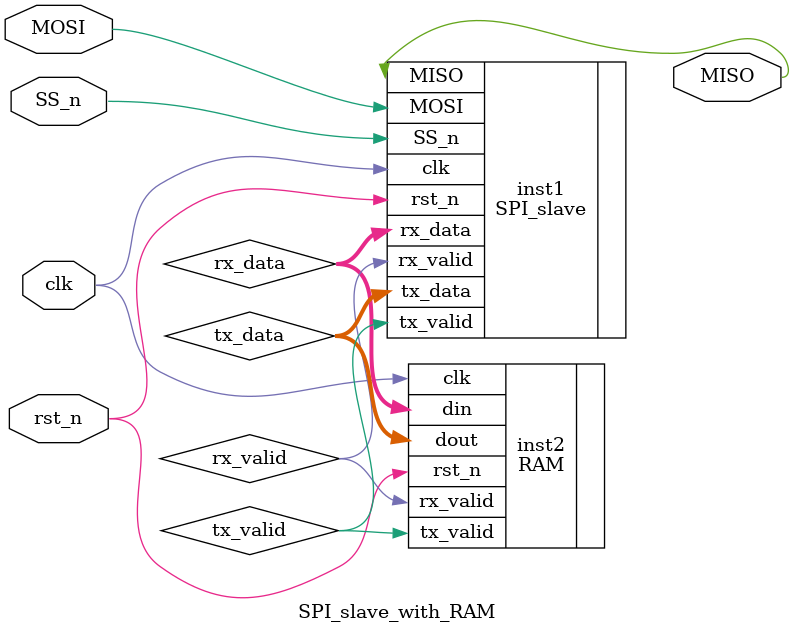
<source format=v>
module SPI_slave_with_RAM(clk, rst_n, MOSI, MISO, SS_n);
    input clk, rst_n, MOSI, SS_n;
    output MISO;

    wire [9:0] rx_data;
    wire rx_valid;
    wire [7:0] tx_data;
    wire tx_valid;

    SPI_slave inst1(
        .clk(clk),
        .rst_n(rst_n), 
        .MOSI(MOSI), 
        .tx_data(tx_data), 
        .tx_valid(tx_valid), 
        .SS_n(SS_n), 
        .MISO(MISO), 
        .rx_data(rx_data), 
        .rx_valid(rx_valid));


    RAM #(
    .MEM_DEPTH(256),
    .ADDR_SIZE(8)
    ) 
    inst2(
    .clk(clk),
    .rst_n(rst_n),
    .rx_valid(rx_valid),
    .din(rx_data),
    .dout(tx_data),
    .tx_valid(tx_valid)
    );


endmodule
</source>
